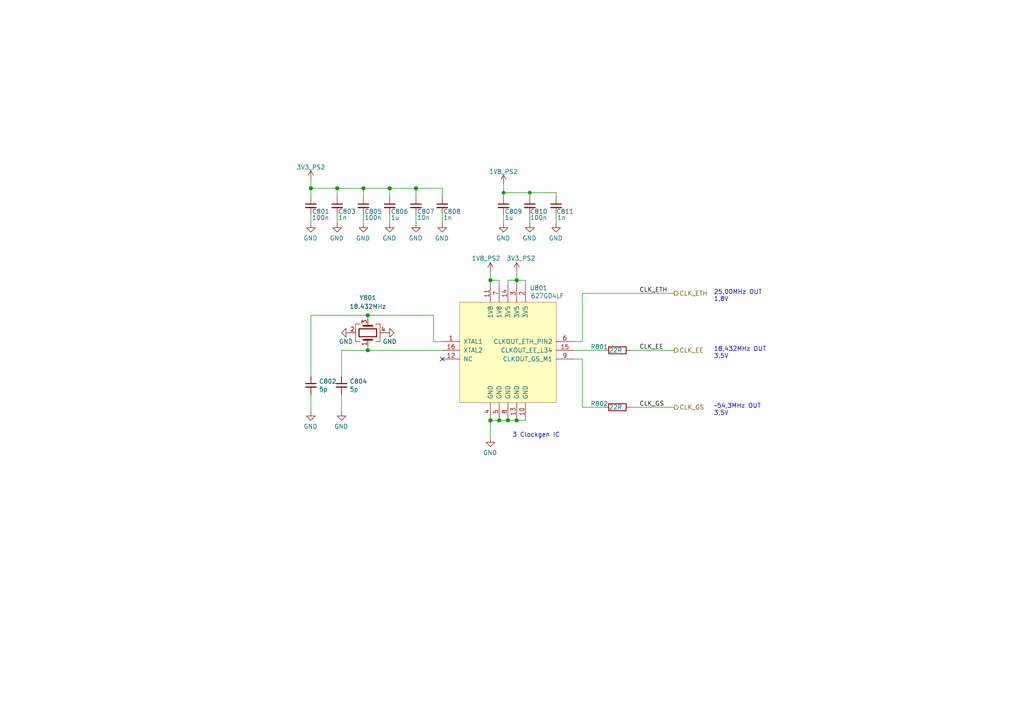
<source format=kicad_sch>
(kicad_sch (version 20230121) (generator eeschema)
  (paper "A4")
  (title_block (title "PS2 Master Clock PLL") (rev "0.3") (comment 5 "-a project by Tschicki"))
  (lib_symbols
    (symbol "PS2:1V75" (power) (pin_names (offset 0))
      (property "Value" "1V8_PS2" (at 0 3.556 0))
      (symbol "1V75_0_1"
        (polyline (pts (xy -0.762 1.27) (xy 0 2.54)))
        (polyline (pts (xy 0 0) (xy 0 2.54)))
        (polyline (pts (xy 0 2.54) (xy 0.762 1.27)))
      )
      (symbol "1V75_1_1"
        (pin power_in line (at 0 0 90) (length 0) hide (name "1V8_PS2") (number "1"))
      )
    )
    (symbol "PS2:3V5" (power) (pin_names (offset 0))
      (property "Value" "3V3_PS2" (at 0 3.556 0))
      (symbol "3V5_0_1"
        (polyline (pts (xy -0.762 1.27) (xy 0 2.54)))
        (polyline (pts (xy 0 0) (xy 0 2.54)))
        (polyline (pts (xy 0 2.54) (xy 0.762 1.27)))
      )
      (symbol "3V5_1_1"
        (pin power_in line (at 0 0 90) (length 0) hide (name "3V3_PS2") (number "1"))
      )
    )
    (symbol "PS2:627G04LF" (pin_names (offset 1.016))
      (property "Reference" "U" (at 33.02 6.35 0))
      (property "Value" "627G04LF" (at 33.02 3.81 0))
      (symbol "627G04LF_0_0"
        (pin passive line (at 26.67 -31.75 90) (length 5.08) (name "GND") (number "10"))
        (pin passive line (at 16.51 7.62 270) (length 5.08) (name "1V8") (number "11"))
        (pin passive line (at 2.54 -13.97 0) (length 5.08) (name "NC") (number "12"))
        (pin passive line (at 24.13 -31.75 90) (length 5.08) (name "GND") (number "13"))
        (pin passive line (at 21.59 7.62 270) (length 5.08) (name "3V5") (number "14"))
        (pin passive line (at 40.64 -11.43 180) (length 5.08) (name "CLKOUT_EE_L34") (number "15"))
        (pin passive line (at 26.67 7.62 270) (length 5.08) (name "3V5") (number "2"))
        (pin passive line (at 24.13 7.62 270) (length 5.08) (name "3V5") (number "3"))
        (pin passive line (at 16.51 -31.75 90) (length 5.08) (name "GND") (number "4"))
        (pin passive line (at 19.05 -31.75 90) (length 5.08) (name "GND") (number "5"))
        (pin passive line (at 40.64 -8.89 180) (length 5.08) (name "CLKOUT_ETH_PIN2") (number "6"))
        (pin passive line (at 19.05 7.62 270) (length 5.08) (name "1V8") (number "7"))
        (pin passive line (at 21.59 -31.75 90) (length 5.08) (name "GND") (number "8"))
        (pin passive line (at 40.64 -13.97 180) (length 5.08) (name "CLKOUT_GS_M1") (number "9"))
      )
      (symbol "627G04LF_0_1"
        (rectangle (start 7.62 2.54) (end 35.56 -26.67) (stroke (width 0.001)) (fill (type background)))
      )
      (symbol "627G04LF_1_0"
        (pin passive line (at 2.54 -8.89 0) (length 5.08) (name "XTAL1") (number "1"))
        (pin passive line (at 2.54 -11.43 0) (length 5.08) (name "XTAL2") (number "16"))
      )
    )
    (symbol "PS2:Crystal_GND24" (pin_names (offset 1.016) hide)
      (property "Reference" "Y" (at 3.175 5.08 0))
      (property "Value" "Crystal_GND24" (at 3.175 3.175 0))
      (symbol "Crystal_GND24_0_1"
        (rectangle (start -1.143 2.54) (end 1.143 -2.54) (stroke (width 0.3048)))
        (polyline (pts (xy -2.54 0) (xy -2.032 0)))
        (polyline (pts (xy -2.032 -1.27) (xy -2.032 1.27)) (stroke (width 0.508)))
        (polyline (pts (xy 0 -3.81) (xy 0 -3.556)))
        (polyline (pts (xy 0 3.556) (xy 0 3.81)))
        (polyline (pts (xy 2.032 -1.27) (xy 2.032 1.27)) (stroke (width 0.508)))
        (polyline (pts (xy 2.032 0) (xy 2.54 0)))
        (polyline (pts (xy -2.54 -2.286) (xy -2.54 -3.556) (xy 2.54 -3.556) (xy 2.54 -2.286)))
        (polyline (pts (xy -2.54 2.286) (xy -2.54 3.556) (xy 2.54 3.556) (xy 2.54 2.286)))
      )
      (symbol "Crystal_GND24_1_1"
        (pin passive line (at -3.81 0 0) (length 1.27) (name "1") (number "1"))
        (pin passive line (at 0 5.08 270) (length 1.27) (name "2") (number "2"))
        (pin passive line (at 3.81 0 180) (length 1.27) (name "3") (number "3"))
        (pin passive line (at 0 -5.08 90) (length 1.27) (name "4") (number "4"))
      )
    )
    (symbol "PS2_Capacitors:C_100n_0402" (pin_numbers hide) (pin_names (offset 0.254) hide)
      (property "Reference" "C" (at 0.254 1.778 0))
      (property "Value" "100n" (at 0.254 -2.032 0))
      (symbol "C_100n_0402_0_1"
        (polyline (pts (xy -1.524 -0.508) (xy 1.524 -0.508)) (stroke (width 0.3302)))
        (polyline (pts (xy -1.524 0.508) (xy 1.524 0.508)) (stroke (width 0.3048)))
      )
      (symbol "C_100n_0402_1_1"
        (pin passive line (at 0 2.54 270) (length 2.032) (name "~") (number "1"))
        (pin passive line (at 0 -2.54 90) (length 2.032) (name "~") (number "2"))
      )
    )
    (symbol "PS2_Capacitors:C_10n_0402" (pin_numbers hide) (pin_names (offset 0.254) hide)
      (property "Reference" "C" (at 0.254 1.778 0))
      (property "Value" "10n" (at 0.254 -2.032 0))
      (symbol "C_10n_0402_0_1"
        (polyline (pts (xy -1.524 -0.508) (xy 1.524 -0.508)) (stroke (width 0.3302)))
        (polyline (pts (xy -1.524 0.508) (xy 1.524 0.508)) (stroke (width 0.3048)))
      )
      (symbol "C_10n_0402_1_1"
        (pin passive line (at 0 2.54 270) (length 2.032) (name "~") (number "1"))
        (pin passive line (at 0 -2.54 90) (length 2.032) (name "~") (number "2"))
      )
    )
    (symbol "PS2_Capacitors:C_1n_0402" (pin_numbers hide) (pin_names (offset 0.254) hide)
      (property "Reference" "C" (at 0.254 1.778 0))
      (property "Value" "1n" (at 0.254 -2.032 0))
      (symbol "C_1n_0402_0_1"
        (polyline (pts (xy -1.524 -0.508) (xy 1.524 -0.508)) (stroke (width 0.3302)))
        (polyline (pts (xy -1.524 0.508) (xy 1.524 0.508)) (stroke (width 0.3048)))
      )
      (symbol "C_1n_0402_1_1"
        (pin passive line (at 0 2.54 270) (length 2.032) (name "~") (number "1"))
        (pin passive line (at 0 -2.54 90) (length 2.032) (name "~") (number "2"))
      )
    )
    (symbol "PS2_Capacitors:C_1u_0603" (pin_numbers hide) (pin_names (offset 0.254) hide)
      (property "Reference" "C" (at 0.254 1.778 0))
      (property "Value" "1u" (at 0.254 -2.032 0))
      (symbol "C_1u_0603_0_1"
        (polyline (pts (xy -1.524 -0.508) (xy 1.524 -0.508)) (stroke (width 0.3302)))
        (polyline (pts (xy -1.524 0.508) (xy 1.524 0.508)) (stroke (width 0.3048)))
      )
      (symbol "C_1u_0603_1_1"
        (pin passive line (at 0 2.54 270) (length 2.032) (name "~") (number "1"))
        (pin passive line (at 0 -2.54 90) (length 2.032) (name "~") (number "2"))
      )
    )
    (symbol "PS2_Capacitors:C_5p_0402" (pin_numbers hide) (pin_names (offset 0.254) hide)
      (property "Reference" "C" (at 0.254 1.778 0))
      (property "Value" "5p" (at 0.254 -2.032 0))
      (symbol "C_5p_0402_0_1"
        (polyline (pts (xy -1.524 -0.508) (xy 1.524 -0.508)) (stroke (width 0.3302)))
        (polyline (pts (xy -1.524 0.508) (xy 1.524 0.508)) (stroke (width 0.3048)))
      )
      (symbol "C_5p_0402_1_1"
        (pin passive line (at 0 2.54 270) (length 2.032) (name "~") (number "1"))
        (pin passive line (at 0 -2.54 90) (length 2.032) (name "~") (number "2"))
      )
    )
    (symbol "PS2_Resistors:R_22R_0402" (pin_numbers hide) (pin_names (offset 0))
      (property "Reference" "R" (at 2.032 0 90))
      (property "Value" "22R" (at 0 0 90))
      (symbol "R_22R_0402_0_1"
        (rectangle (start -1.016 -2.54) (end 1.016 2.54) (stroke (width 0.254)))
      )
      (symbol "R_22R_0402_1_1"
        (pin passive line (at 0 3.81 270) (length 1.27) (name "~") (number "1"))
        (pin passive line (at 0 -3.81 90) (length 1.27) (name "~") (number "2"))
      )
    )
    (symbol "power:GND" (power) (pin_names (offset 0))
      (property "Value" "GND" (at 0 -3.81 0))
      (symbol "GND_0_1"
        (polyline (pts (xy 0 0) (xy 0 -1.27) (xy 1.27 -1.27) (xy 0 -2.54) (xy -1.27 -1.27) (xy 0 -1.27)))
      )
      (symbol "GND_1_1"
        (pin power_in line (at 0 0 270) (length 0) hide (name "GND") (number "1"))
      )
    )
  )
  (junction (at 147.32 121.92) (diameter 1.016))
  (junction (at 90.17 54.61) (diameter 1.016))
  (junction (at 149.86 121.92) (diameter 1.016))
  (junction (at 120.65 54.61) (diameter 1.016))
  (junction (at 113.03 54.61) (diameter 1.016))
  (junction (at 142.24 81.28) (diameter 1.016))
  (junction (at 146.05 55.88))
  (junction (at 153.67 55.88))
  (junction (at 142.24 121.92) (diameter 1.016))
  (junction (at 97.79 54.61) (diameter 1.016))
  (junction (at 149.86 81.28) (diameter 1.016))
  (junction (at 106.68 101.6) (diameter 1.016))
  (junction (at 144.78 121.92) (diameter 1.016))
  (junction (at 105.41 54.61) (diameter 1.016))
  (junction (at 106.68 91.44) (diameter 1.016))
  (no_connect (at 128.27 104.14))
  (wire (pts (xy 153.67 55.88) (xy 161.29 55.88)))
  (wire (pts (xy 97.79 54.61) (xy 97.79 57.15)))
  (wire (pts (xy 168.91 104.14) (xy 168.91 118.11)))
  (wire (pts (xy 142.24 81.28) (xy 144.78 81.28)))
  (wire (pts (xy 161.29 55.88) (xy 161.29 57.15)))
  (wire (pts (xy 97.79 62.23) (xy 97.79 64.77)))
  (wire (pts (xy 105.41 54.61) (xy 113.03 54.61)))
  (wire (pts (xy 128.27 62.23) (xy 128.27 64.77)))
  (wire (pts (xy 147.32 81.28) (xy 149.86 81.28)))
  (wire (pts (xy 125.73 91.44) (xy 125.73 99.06)))
  (wire (pts (xy 153.67 62.23) (xy 153.67 64.77)))
  (wire (pts (xy 90.17 109.22) (xy 90.17 91.44)))
  (wire (pts (xy 105.41 54.61) (xy 105.41 57.15)))
  (wire (pts (xy 99.06 114.3) (xy 99.06 119.38)))
  (wire (pts (xy 105.41 62.23) (xy 105.41 64.77)))
  (wire (pts (xy 125.73 99.06) (xy 128.27 99.06)))
  (wire (pts (xy 120.65 54.61) (xy 128.27 54.61)))
  (wire (pts (xy 99.06 109.22) (xy 99.06 101.6)))
  (wire (pts (xy 90.17 91.44) (xy 106.68 91.44)))
  (wire (pts (xy 142.24 121.92) (xy 144.78 121.92)))
  (wire (pts (xy 166.37 101.6) (xy 175.26 101.6)))
  (wire (pts (xy 152.4 81.28) (xy 149.86 81.28)))
  (wire (pts (xy 90.17 54.61) (xy 90.17 57.15)))
  (wire (pts (xy 106.68 101.6) (xy 128.27 101.6)))
  (wire (pts (xy 182.88 118.11) (xy 195.58 118.11)))
  (wire (pts (xy 146.05 53.34) (xy 146.05 55.88)))
  (wire (pts (xy 168.91 99.06) (xy 168.91 85.09)))
  (wire (pts (xy 106.68 92.71) (xy 106.68 91.44)))
  (wire (pts (xy 147.32 82.55) (xy 147.32 81.28)))
  (wire (pts (xy 106.68 91.44) (xy 125.73 91.44)))
  (wire (pts (xy 113.03 54.61) (xy 113.03 57.15)))
  (wire (pts (xy 146.05 62.23) (xy 146.05 64.77)))
  (wire (pts (xy 144.78 81.28) (xy 144.78 82.55)))
  (wire (pts (xy 152.4 82.55) (xy 152.4 81.28)))
  (wire (pts (xy 168.91 118.11) (xy 175.26 118.11)))
  (wire (pts (xy 168.91 85.09) (xy 195.58 85.09)))
  (wire (pts (xy 182.88 101.6) (xy 195.58 101.6)))
  (wire (pts (xy 166.37 99.06) (xy 168.91 99.06)))
  (wire (pts (xy 144.78 121.92) (xy 147.32 121.92)))
  (wire (pts (xy 142.24 81.28) (xy 142.24 82.55)))
  (wire (pts (xy 128.27 54.61) (xy 128.27 57.15)))
  (wire (pts (xy 120.65 62.23) (xy 120.65 64.77)))
  (wire (pts (xy 90.17 62.23) (xy 90.17 64.77)))
  (wire (pts (xy 142.24 121.92) (xy 142.24 127)))
  (wire (pts (xy 149.86 121.92) (xy 152.4 121.92)))
  (wire (pts (xy 146.05 55.88) (xy 146.05 57.15)))
  (wire (pts (xy 113.03 54.61) (xy 120.65 54.61)))
  (wire (pts (xy 153.67 57.15) (xy 153.67 55.88)))
  (wire (pts (xy 146.05 55.88) (xy 153.67 55.88)))
  (wire (pts (xy 149.86 81.28) (xy 149.86 82.55)))
  (wire (pts (xy 149.86 78.74) (xy 149.86 81.28)))
  (wire (pts (xy 147.32 121.92) (xy 149.86 121.92)))
  (wire (pts (xy 106.68 101.6) (xy 106.68 100.33)))
  (wire (pts (xy 166.37 104.14) (xy 168.91 104.14)))
  (wire (pts (xy 161.29 62.23) (xy 161.29 64.77)))
  (wire (pts (xy 90.17 52.07) (xy 90.17 54.61)))
  (wire (pts (xy 99.06 101.6) (xy 106.68 101.6)))
  (wire (pts (xy 90.17 114.3) (xy 90.17 119.38)))
  (wire (pts (xy 90.17 54.61) (xy 97.79 54.61)))
  (wire (pts (xy 142.24 78.74) (xy 142.24 81.28)))
  (wire (pts (xy 97.79 54.61) (xy 105.41 54.61)))
  (wire (pts (xy 113.03 62.23) (xy 113.03 64.77)))
  (wire (pts (xy 120.65 54.61) (xy 120.65 57.15)))
  (text "18,432MHz OUT\n3,5V" (at 207.01 104.14 0) (effects (font (size 1.27 1.27)) (justify left bottom)))
  (text "~54,3MHz OUT\n3,5V" (at 207.01 120.65 0) (effects (font (size 1.27 1.27)) (justify left bottom)))
  (text "25,00MHz OUT\n1,8V" (at 207.01 87.63 0) (effects (font (size 1.27 1.27)) (justify left bottom)))
  (text "3 Clockgen IC" (at 148.59 127 0) (effects (font (size 1.27 1.27)) (justify left bottom)))
  (label "CLK_EE" (at 185.42 101.6 0))
  (label "CLK_GS" (at 185.42 118.11 0))
  (label "CLK_ETH" (at 185.42 85.09 0))
  (hierarchical_label "CLK_GS" (shape output) (at 195.58 118.11 0))
  (hierarchical_label "CLK_EE" (shape output) (at 195.58 101.6 0))
  (hierarchical_label "CLK_ETH" (shape output) (at 195.58 85.09 0))
  (symbol (lib_id "power:GND") (at 128.27 64.77 0) (mirror y) (unit 1)
    (property "Reference" "#PWR0811" (effects hide))
    (property "Value" "GND" (at 128.1557 69.0944 0))
  )
  (symbol (lib_id "PS2_Capacitors:C_1n_0402") (at 161.29 59.69 0) (unit 1)
    (property "Reference" "C811" (at 161.3282 61.3346 0) (effects (justify left)))
    (property "Value" "1n" (at 161.582 63.125 0) (effects (justify left)))
    (property "Footprint" "PS2:C_0402_1005Metric" (effects hide))
    (property "Part Number" "CC0402KRX7R9BB102" (effects hide))
  )
  (symbol (lib_id "power:GND") (at 120.65 64.77 0) (mirror y) (unit 1)
    (property "Reference" "#PWR0810" (effects hide))
    (property "Value" "GND" (at 120.5357 69.0944 0))
  )
  (symbol (lib_id "power:GND") (at 153.67 64.77 0) (mirror y) (unit 1)
    (property "Reference" "#PWR0817" (effects hide))
    (property "Value" "GND" (at 153.5557 69.0944 0))
  )
  (symbol (lib_id "power:GND") (at 101.6 96.52 270) (mirror x) (unit 1)
    (property "Reference" "#PWR0806" (effects hide))
    (property "Value" "GND" (at 100.33 99.06 90))
  )
  (symbol (lib_id "PS2_Capacitors:C_1n_0402") (at 128.27 59.69 0) (unit 1)
    (property "Reference" "C808" (at 128.5622 61.3346 0) (effects (justify left)))
    (property "Value" "1n" (at 128.562 63.125 0) (effects (justify left)))
    (property "Footprint" "PS2:C_0402_1005Metric" (effects hide))
    (property "Part Number" "CC0402KRX7R9BB102" (effects hide))
  )
  (symbol (lib_id "PS2_Capacitors:C_5p_0402") (at 90.17 111.76 0) (unit 1)
    (property "Reference" "C802" (at 92.4942 110.6106 0) (effects (justify left)))
    (property "Value" "5p" (at 92.494 112.909 0) (effects (justify left)))
    (property "Footprint" "PS2:C_0402_1005Metric" (effects hide))
    (property "Part Number" "CC0402BRNPO9BN5R0" (effects hide))
  )
  (symbol (lib_id "power:GND") (at 99.06 119.38 0) (mirror y) (unit 1)
    (property "Reference" "#PWR0805" (effects hide))
    (property "Value" "GND" (at 98.9457 123.7044 0))
  )
  (symbol (lib_id "PS2_Capacitors:C_1u_0603") (at 113.03 59.69 0) (unit 1)
    (property "Reference" "C806" (at 113.3222 61.3346 0) (effects (justify left)))
    (property "Value" "1u" (at 113.322 63.125 0) (effects (justify left)))
    (property "Footprint" "PS2:C_0603_1608Metric" (effects hide))
    (property "Datasheet" "https://mm.digikey.com/Volume0/opasdata/d220001/medias/docus/3644/CL10B105KA8NNNC_spec.pdf" (effects hide))
    (property "Part Number" "CL10B105KA8NNNC" (effects hide))
  )
  (symbol (lib_id "PS2_Resistors:R_22R_0402") (at 179.07 118.11 90) (unit 1)
    (property "Reference" "R802" (at 176.3966 117.0939 90) (effects (justify left)))
    (property "Value" "22R" (at 180.473 118.11 90) (effects (justify left)))
    (property "Footprint" "PS2:R_0402_1005Metric" (effects hide))
    (property "Part Number" "RC0402FR-0722RL" (effects hide))
  )
  (symbol (lib_id "PS2_Capacitors:C_1n_0402") (at 97.79 59.69 0) (unit 1)
    (property "Reference" "C803" (at 98.0822 61.3346 0) (effects (justify left)))
    (property "Value" "1n" (at 98.082 63.125 0) (effects (justify left)))
    (property "Footprint" "PS2:C_0402_1005Metric" (effects hide))
    (property "Part Number" "CC0402KRX7R9BB102" (effects hide))
  )
  (symbol (lib_id "PS2:1V75") (at 142.24 78.74 0) (unit 1)
    (property "Reference" "#PWR0812" (effects hide))
    (property "Value" "1V8_PS2" (at 140.97 74.93 0))
  )
  (symbol (lib_id "PS2_Capacitors:C_5p_0402") (at 99.06 111.76 0) (unit 1)
    (property "Reference" "C804" (at 101.3842 110.6106 0) (effects (justify left)))
    (property "Value" "5p" (at 101.384 112.909 0) (effects (justify left)))
    (property "Footprint" "PS2:C_0402_1005Metric" (effects hide))
    (property "Part Number" "CC0402BRNPO9BN5R0" (effects hide))
  )
  (symbol (lib_id "PS2_Capacitors:C_10n_0402") (at 120.65 59.69 0) (unit 1)
    (property "Reference" "C807" (at 120.9422 61.3346 0) (effects (justify left)))
    (property "Value" "10n" (at 120.942 63.125 0) (effects (justify left)))
    (property "Footprint" "PS2:C_0402_1005Metric" (effects hide))
    (property "Part Number" "CC0402KRX7R8BB103" (effects hide))
  )
  (symbol (lib_id "PS2:3V5") (at 90.17 52.07 0) (unit 1)
    (property "Reference" "#PWR0801" (effects hide))
    (property "Value" "3V3_PS2" (at 90.17 48.514 0))
  )
  (symbol (lib_id "power:GND") (at 113.03 64.77 0) (mirror y) (unit 1)
    (property "Reference" "#PWR0809" (effects hide))
    (property "Value" "GND" (at 112.9157 69.0944 0))
  )
  (symbol (lib_id "PS2_Capacitors:C_100n_0402") (at 105.41 59.69 0) (unit 1)
    (property "Reference" "C805" (at 105.7022 61.3346 0) (effects (justify left)))
    (property "Value" "100n" (at 105.7022 63.1253 0) (effects (justify left)))
    (property "Footprint" "PS2:C_0402_1005Metric" (effects hide))
    (property "Datasheet" "https://www.mouser.at/datasheet/2/447/UPY_NP0X5R_01005_4V_to_25V_V10-3003057.pdf" (effects hide))
    (property "Part Number" "CC0402KRX7R7BB104" (effects hide))
  )
  (symbol (lib_id "PS2_Capacitors:C_1u_0603") (at 146.05 59.69 0) (unit 1)
    (property "Reference" "C809" (at 146.3422 61.3346 0) (effects (justify left)))
    (property "Value" "1u" (at 146.342 63.125 0) (effects (justify left)))
    (property "Footprint" "PS2:C_0603_1608Metric" (effects hide))
    (property "Datasheet" "https://mm.digikey.com/Volume0/opasdata/d220001/medias/docus/3644/CL10B105KA8NNNC_spec.pdf" (effects hide))
    (property "Part Number" "CL10B105KA8NNNC" (effects hide))
  )
  (symbol (lib_id "power:GND") (at 146.05 64.77 0) (mirror y) (unit 1)
    (property "Reference" "#PWR0815" (effects hide))
    (property "Value" "GND" (at 145.9357 69.0944 0))
  )
  (symbol (lib_id "PS2:3V5") (at 149.86 78.74 0) (unit 1)
    (property "Reference" "#PWR0816" (effects hide))
    (property "Value" "3V3_PS2" (at 151.13 74.93 0))
  )
  (symbol (lib_id "power:GND") (at 90.17 119.38 0) (mirror y) (unit 1)
    (property "Reference" "#PWR0803" (effects hide))
    (property "Value" "GND" (at 90.0557 123.7044 0))
  )
  (symbol (lib_id "power:GND") (at 97.79 64.77 0) (mirror y) (unit 1)
    (property "Reference" "#PWR0804" (effects hide))
    (property "Value" "GND" (at 97.6757 69.0944 0))
  )
  (symbol (lib_id "power:GND") (at 161.29 64.77 0) (mirror y) (unit 1)
    (property "Reference" "#PWR0818" (effects hide))
    (property "Value" "GND" (at 161.1757 69.0944 0))
  )
  (symbol (lib_id "PS2:1V75") (at 146.05 53.34 0) (unit 1)
    (property "Reference" "#PWR0814" (effects hide))
    (property "Value" "1V8_PS2" (at 146.05 49.784 0))
  )
  (symbol (lib_id "PS2:627G04LF") (at 125.73 90.17 0) (unit 1)
    (property "Reference" "U801" (at 156.21 83.5463 0))
    (property "Value" "627G04LF" (at 158.75 85.845 0))
    (property "Footprint" "PS2:TSSOP-16_4.4x5mm_P0.65mm" (effects hide))
    (property "Part Number" "get from PS2 79k/90k" (effects hide))
  )
  (symbol (lib_id "power:GND") (at 142.24 127 0) (mirror y) (unit 1)
    (property "Reference" "#PWR0813" (effects hide))
    (property "Value" "GND" (at 142.1257 131.3244 0))
  )
  (symbol (lib_id "power:GND") (at 111.76 96.52 90) (mirror x) (unit 1)
    (property "Reference" "#PWR0808" (effects hide))
    (property "Value" "GND" (at 113.03 99.06 90))
  )
  (symbol (lib_id "power:GND") (at 90.17 64.77 0) (mirror y) (unit 1)
    (property "Reference" "#PWR0802" (effects hide))
    (property "Value" "GND" (at 90.0557 69.0944 0))
  )
  (symbol (lib_id "PS2:Crystal_GND24") (at 106.68 96.52 90) (unit 1)
    (property "Reference" "Y801" (at 106.68 86.36 90))
    (property "Value" "18.432MHz" (at 106.68 88.9 90))
    (property "Footprint" "PS2:Crystal_SMD_3225-4Pin_3.2x2.5mm" (effects hide))
    (property "Part Number" "7M-18.432MEEQ-T" (effects hide))
  )
  (symbol (lib_id "PS2_Capacitors:C_100n_0402") (at 153.67 59.69 0) (unit 1)
    (property "Reference" "C810" (at 153.7082 61.3346 0) (effects (justify left)))
    (property "Value" "100n" (at 153.7082 63.1253 0) (effects (justify left)))
    (property "Footprint" "PS2:C_0402_1005Metric" (effects hide))
    (property "Datasheet" "https://www.mouser.at/datasheet/2/447/UPY_NP0X5R_01005_4V_to_25V_V10-3003057.pdf" (effects hide))
    (property "Part Number" "CC0402KRX7R7BB104" (effects hide))
  )
  (symbol (lib_id "power:GND") (at 105.41 64.77 0) (mirror y) (unit 1)
    (property "Reference" "#PWR0807" (effects hide))
    (property "Value" "GND" (at 105.2957 69.0944 0))
  )
  (symbol (lib_id "PS2_Resistors:R_22R_0402") (at 179.07 101.6 90) (unit 1)
    (property "Reference" "R801" (at 176.3966 100.5839 90) (effects (justify left)))
    (property "Value" "22R" (at 180.473 101.6 90) (effects (justify left)))
    (property "Footprint" "PS2:R_0402_1005Metric" (effects hide))
    (property "Part Number" "RC0402FR-0722RL" (effects hide))
  )
  (symbol (lib_id "PS2_Capacitors:C_100n_0402") (at 90.17 59.69 0) (unit 1)
    (property "Reference" "C801" (at 90.4622 61.3346 0) (effects (justify left)))
    (property "Value" "100n" (at 90.4622 63.1253 0) (effects (justify left)))
    (property "Footprint" "PS2:C_0402_1005Metric" (effects hide))
    (property "Datasheet" "https://www.mouser.at/datasheet/2/447/UPY_NP0X5R_01005_4V_to_25V_V10-3003057.pdf" (effects hide))
    (property "Part Number" "CC0402KRX7R7BB104" (effects hide))
  )
)
</source>
